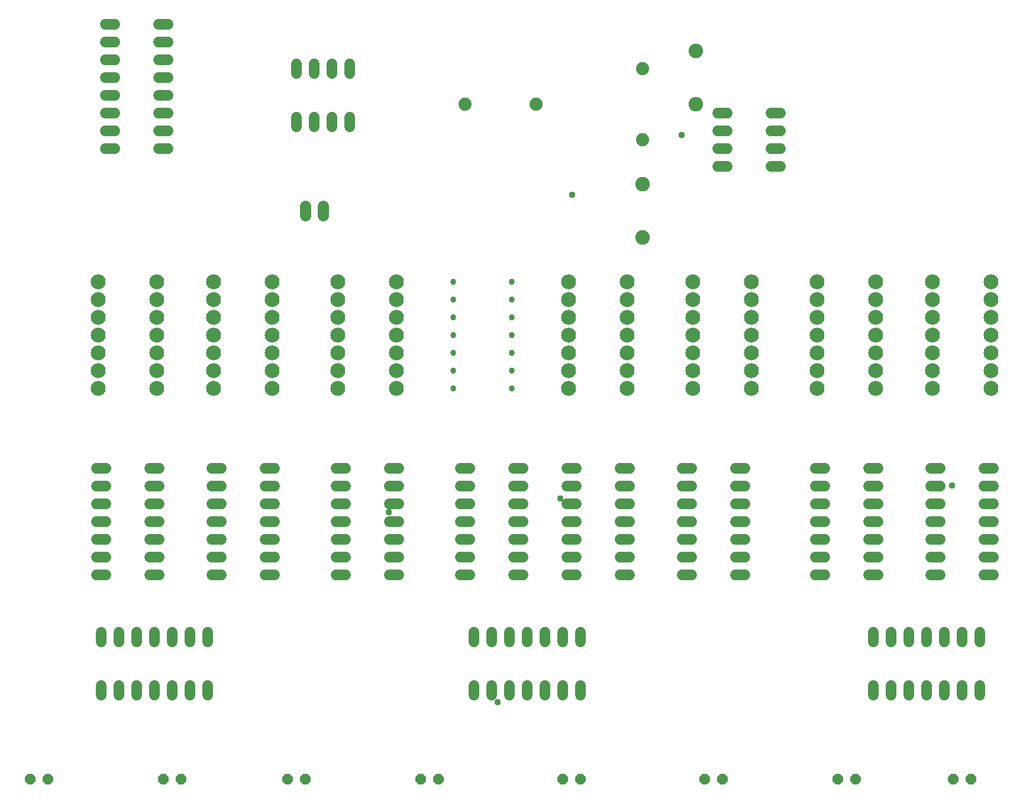
<source format=gbr>
G04 EAGLE Gerber RS-274X export*
G75*
%MOMM*%
%FSLAX34Y34*%
%LPD*%
%INSoldermask Bottom*%
%IPPOS*%
%AMOC8*
5,1,8,0,0,1.08239X$1,22.5*%
G01*
%ADD10C,1.879600*%
%ADD11C,1.524000*%
%ADD12P,1.649562X8X22.500000*%
%ADD13C,2.082800*%
%ADD14C,1.625600*%
%ADD15C,2.133600*%
%ADD16C,0.863600*%
%ADD17C,0.959600*%


D10*
X673100Y1028700D03*
X774700Y1028700D03*
X927100Y1079500D03*
X927100Y977900D03*
D11*
X431800Y996696D02*
X431800Y1009904D01*
X457200Y1009904D02*
X457200Y996696D01*
X457200Y1072896D02*
X457200Y1086104D01*
X431800Y1086104D02*
X431800Y1072896D01*
X482600Y1009904D02*
X482600Y996696D01*
X508000Y996696D02*
X508000Y1009904D01*
X482600Y1072896D02*
X482600Y1086104D01*
X508000Y1086104D02*
X508000Y1072896D01*
X247904Y965200D02*
X234696Y965200D01*
X234696Y990600D02*
X247904Y990600D01*
X247904Y1117600D02*
X234696Y1117600D01*
X234696Y1143000D02*
X247904Y1143000D01*
X247904Y1016000D02*
X234696Y1016000D01*
X234696Y1041400D02*
X247904Y1041400D01*
X247904Y1092200D02*
X234696Y1092200D01*
X234696Y1066800D02*
X247904Y1066800D01*
X171704Y1143000D02*
X158496Y1143000D01*
X158496Y1117600D02*
X171704Y1117600D01*
X171704Y1092200D02*
X158496Y1092200D01*
X158496Y1066800D02*
X171704Y1066800D01*
X171704Y1041400D02*
X158496Y1041400D01*
X158496Y1016000D02*
X171704Y1016000D01*
X171704Y990600D02*
X158496Y990600D01*
X158496Y965200D02*
X171704Y965200D01*
X1110996Y939800D02*
X1124204Y939800D01*
X1124204Y965200D02*
X1110996Y965200D01*
X1048004Y965200D02*
X1034796Y965200D01*
X1034796Y939800D02*
X1048004Y939800D01*
X1110996Y990600D02*
X1124204Y990600D01*
X1124204Y1016000D02*
X1110996Y1016000D01*
X1048004Y990600D02*
X1034796Y990600D01*
X1034796Y1016000D02*
X1048004Y1016000D01*
D12*
X50800Y63500D03*
X76200Y63500D03*
X241300Y63500D03*
X266700Y63500D03*
X419100Y63500D03*
X444500Y63500D03*
X609600Y63500D03*
X635000Y63500D03*
X812800Y63500D03*
X838200Y63500D03*
X1016000Y63500D03*
X1041400Y63500D03*
X1206500Y63500D03*
X1231900Y63500D03*
X1371600Y63500D03*
X1397000Y63500D03*
D13*
X927100Y914400D03*
X927100Y838200D03*
X1003300Y1028700D03*
X1003300Y1104900D03*
D14*
X444500Y883412D02*
X444500Y869188D01*
X469900Y869188D02*
X469900Y883412D01*
D15*
X821690Y622300D03*
X905510Y622300D03*
X821690Y647700D03*
X905510Y647700D03*
X821690Y673100D03*
X905510Y673100D03*
X821690Y698500D03*
X905510Y698500D03*
X821690Y723900D03*
X905510Y723900D03*
X821690Y749300D03*
X905510Y749300D03*
X821690Y774700D03*
X905510Y774700D03*
X1342390Y622300D03*
X1426210Y622300D03*
X1342390Y647700D03*
X1426210Y647700D03*
X1342390Y673100D03*
X1426210Y673100D03*
X1342390Y698500D03*
X1426210Y698500D03*
X1342390Y723900D03*
X1426210Y723900D03*
X1342390Y749300D03*
X1426210Y749300D03*
X1342390Y774700D03*
X1426210Y774700D03*
X1177290Y622300D03*
X1261110Y622300D03*
X1177290Y647700D03*
X1261110Y647700D03*
X1177290Y673100D03*
X1261110Y673100D03*
X1177290Y698500D03*
X1261110Y698500D03*
X1177290Y723900D03*
X1261110Y723900D03*
X1177290Y749300D03*
X1261110Y749300D03*
X1177290Y774700D03*
X1261110Y774700D03*
X999490Y622300D03*
X1083310Y622300D03*
X999490Y647700D03*
X1083310Y647700D03*
X999490Y673100D03*
X1083310Y673100D03*
X999490Y698500D03*
X1083310Y698500D03*
X999490Y723900D03*
X1083310Y723900D03*
X999490Y749300D03*
X1083310Y749300D03*
X999490Y774700D03*
X1083310Y774700D03*
D16*
X740410Y622300D03*
X656590Y622300D03*
X740410Y647700D03*
X656590Y647700D03*
X740410Y673100D03*
X656590Y673100D03*
X740410Y698500D03*
X656590Y698500D03*
X740410Y723900D03*
X656590Y723900D03*
X740410Y749300D03*
X656590Y749300D03*
X740410Y774700D03*
X656590Y774700D03*
D15*
X491490Y622300D03*
X575310Y622300D03*
X491490Y647700D03*
X575310Y647700D03*
X491490Y673100D03*
X575310Y673100D03*
X491490Y698500D03*
X575310Y698500D03*
X491490Y723900D03*
X575310Y723900D03*
X491490Y749300D03*
X575310Y749300D03*
X491490Y774700D03*
X575310Y774700D03*
X313690Y622300D03*
X397510Y622300D03*
X313690Y647700D03*
X397510Y647700D03*
X313690Y673100D03*
X397510Y673100D03*
X313690Y698500D03*
X397510Y698500D03*
X313690Y723900D03*
X397510Y723900D03*
X313690Y749300D03*
X397510Y749300D03*
X313690Y774700D03*
X397510Y774700D03*
X148590Y622300D03*
X232410Y622300D03*
X148590Y647700D03*
X232410Y647700D03*
X148590Y673100D03*
X232410Y673100D03*
X148590Y698500D03*
X232410Y698500D03*
X148590Y723900D03*
X232410Y723900D03*
X148590Y749300D03*
X232410Y749300D03*
X148590Y774700D03*
X232410Y774700D03*
D11*
X983996Y508000D02*
X997204Y508000D01*
X997204Y482600D02*
X983996Y482600D01*
X983996Y355600D02*
X997204Y355600D01*
X1060196Y355600D02*
X1073404Y355600D01*
X997204Y457200D02*
X983996Y457200D01*
X983996Y431800D02*
X997204Y431800D01*
X997204Y381000D02*
X983996Y381000D01*
X983996Y406400D02*
X997204Y406400D01*
X1060196Y381000D02*
X1073404Y381000D01*
X1073404Y406400D02*
X1060196Y406400D01*
X1060196Y431800D02*
X1073404Y431800D01*
X1073404Y457200D02*
X1060196Y457200D01*
X1060196Y482600D02*
X1073404Y482600D01*
X1073404Y508000D02*
X1060196Y508000D01*
X304800Y273304D02*
X304800Y260096D01*
X279400Y260096D02*
X279400Y273304D01*
X152400Y273304D02*
X152400Y260096D01*
X152400Y197104D02*
X152400Y183896D01*
X254000Y260096D02*
X254000Y273304D01*
X228600Y273304D02*
X228600Y260096D01*
X177800Y260096D02*
X177800Y273304D01*
X203200Y273304D02*
X203200Y260096D01*
X177800Y197104D02*
X177800Y183896D01*
X203200Y183896D02*
X203200Y197104D01*
X228600Y197104D02*
X228600Y183896D01*
X254000Y183896D02*
X254000Y197104D01*
X279400Y197104D02*
X279400Y183896D01*
X304800Y183896D02*
X304800Y197104D01*
X838200Y260096D02*
X838200Y273304D01*
X812800Y273304D02*
X812800Y260096D01*
X685800Y260096D02*
X685800Y273304D01*
X685800Y197104D02*
X685800Y183896D01*
X787400Y260096D02*
X787400Y273304D01*
X762000Y273304D02*
X762000Y260096D01*
X711200Y260096D02*
X711200Y273304D01*
X736600Y273304D02*
X736600Y260096D01*
X711200Y197104D02*
X711200Y183896D01*
X736600Y183896D02*
X736600Y197104D01*
X762000Y197104D02*
X762000Y183896D01*
X787400Y183896D02*
X787400Y197104D01*
X812800Y197104D02*
X812800Y183896D01*
X838200Y183896D02*
X838200Y197104D01*
X1409700Y260096D02*
X1409700Y273304D01*
X1384300Y273304D02*
X1384300Y260096D01*
X1257300Y260096D02*
X1257300Y273304D01*
X1257300Y197104D02*
X1257300Y183896D01*
X1358900Y260096D02*
X1358900Y273304D01*
X1333500Y273304D02*
X1333500Y260096D01*
X1282700Y260096D02*
X1282700Y273304D01*
X1308100Y273304D02*
X1308100Y260096D01*
X1282700Y197104D02*
X1282700Y183896D01*
X1308100Y183896D02*
X1308100Y197104D01*
X1333500Y197104D02*
X1333500Y183896D01*
X1358900Y183896D02*
X1358900Y197104D01*
X1384300Y197104D02*
X1384300Y183896D01*
X1409700Y183896D02*
X1409700Y197104D01*
X1352804Y508000D02*
X1339596Y508000D01*
X1339596Y482600D02*
X1352804Y482600D01*
X1352804Y355600D02*
X1339596Y355600D01*
X1415796Y355600D02*
X1429004Y355600D01*
X1352804Y457200D02*
X1339596Y457200D01*
X1339596Y431800D02*
X1352804Y431800D01*
X1352804Y381000D02*
X1339596Y381000D01*
X1339596Y406400D02*
X1352804Y406400D01*
X1415796Y381000D02*
X1429004Y381000D01*
X1429004Y406400D02*
X1415796Y406400D01*
X1415796Y431800D02*
X1429004Y431800D01*
X1429004Y457200D02*
X1415796Y457200D01*
X1415796Y482600D02*
X1429004Y482600D01*
X1429004Y508000D02*
X1415796Y508000D01*
X1187704Y508000D02*
X1174496Y508000D01*
X1174496Y482600D02*
X1187704Y482600D01*
X1187704Y355600D02*
X1174496Y355600D01*
X1250696Y355600D02*
X1263904Y355600D01*
X1187704Y457200D02*
X1174496Y457200D01*
X1174496Y431800D02*
X1187704Y431800D01*
X1187704Y381000D02*
X1174496Y381000D01*
X1174496Y406400D02*
X1187704Y406400D01*
X1250696Y381000D02*
X1263904Y381000D01*
X1263904Y406400D02*
X1250696Y406400D01*
X1250696Y431800D02*
X1263904Y431800D01*
X1263904Y457200D02*
X1250696Y457200D01*
X1250696Y482600D02*
X1263904Y482600D01*
X1263904Y508000D02*
X1250696Y508000D01*
X679704Y508000D02*
X666496Y508000D01*
X666496Y482600D02*
X679704Y482600D01*
X679704Y355600D02*
X666496Y355600D01*
X742696Y355600D02*
X755904Y355600D01*
X679704Y457200D02*
X666496Y457200D01*
X666496Y431800D02*
X679704Y431800D01*
X679704Y381000D02*
X666496Y381000D01*
X666496Y406400D02*
X679704Y406400D01*
X742696Y381000D02*
X755904Y381000D01*
X755904Y406400D02*
X742696Y406400D01*
X742696Y431800D02*
X755904Y431800D01*
X755904Y457200D02*
X742696Y457200D01*
X742696Y482600D02*
X755904Y482600D01*
X755904Y508000D02*
X742696Y508000D01*
X501904Y508000D02*
X488696Y508000D01*
X488696Y482600D02*
X501904Y482600D01*
X501904Y355600D02*
X488696Y355600D01*
X564896Y355600D02*
X578104Y355600D01*
X501904Y457200D02*
X488696Y457200D01*
X488696Y431800D02*
X501904Y431800D01*
X501904Y381000D02*
X488696Y381000D01*
X488696Y406400D02*
X501904Y406400D01*
X564896Y381000D02*
X578104Y381000D01*
X578104Y406400D02*
X564896Y406400D01*
X564896Y431800D02*
X578104Y431800D01*
X578104Y457200D02*
X564896Y457200D01*
X564896Y482600D02*
X578104Y482600D01*
X578104Y508000D02*
X564896Y508000D01*
X324104Y508000D02*
X310896Y508000D01*
X310896Y482600D02*
X324104Y482600D01*
X324104Y355600D02*
X310896Y355600D01*
X387096Y355600D02*
X400304Y355600D01*
X324104Y457200D02*
X310896Y457200D01*
X310896Y431800D02*
X324104Y431800D01*
X324104Y381000D02*
X310896Y381000D01*
X310896Y406400D02*
X324104Y406400D01*
X387096Y381000D02*
X400304Y381000D01*
X400304Y406400D02*
X387096Y406400D01*
X387096Y431800D02*
X400304Y431800D01*
X400304Y457200D02*
X387096Y457200D01*
X387096Y482600D02*
X400304Y482600D01*
X400304Y508000D02*
X387096Y508000D01*
X159004Y508000D02*
X145796Y508000D01*
X145796Y482600D02*
X159004Y482600D01*
X159004Y355600D02*
X145796Y355600D01*
X221996Y355600D02*
X235204Y355600D01*
X159004Y457200D02*
X145796Y457200D01*
X145796Y431800D02*
X159004Y431800D01*
X159004Y381000D02*
X145796Y381000D01*
X145796Y406400D02*
X159004Y406400D01*
X221996Y381000D02*
X235204Y381000D01*
X235204Y406400D02*
X221996Y406400D01*
X221996Y431800D02*
X235204Y431800D01*
X235204Y457200D02*
X221996Y457200D01*
X221996Y482600D02*
X235204Y482600D01*
X235204Y508000D02*
X221996Y508000D01*
X818896Y508000D02*
X832104Y508000D01*
X832104Y482600D02*
X818896Y482600D01*
X818896Y355600D02*
X832104Y355600D01*
X895096Y355600D02*
X908304Y355600D01*
X832104Y457200D02*
X818896Y457200D01*
X818896Y431800D02*
X832104Y431800D01*
X832104Y381000D02*
X818896Y381000D01*
X818896Y406400D02*
X832104Y406400D01*
X895096Y381000D02*
X908304Y381000D01*
X908304Y406400D02*
X895096Y406400D01*
X895096Y431800D02*
X908304Y431800D01*
X908304Y457200D02*
X895096Y457200D01*
X895096Y482600D02*
X908304Y482600D01*
X908304Y508000D02*
X895096Y508000D01*
D17*
X1370076Y483108D03*
X719328Y173736D03*
X826008Y899160D03*
X563880Y445008D03*
X809244Y464820D03*
X982980Y984504D03*
M02*

</source>
